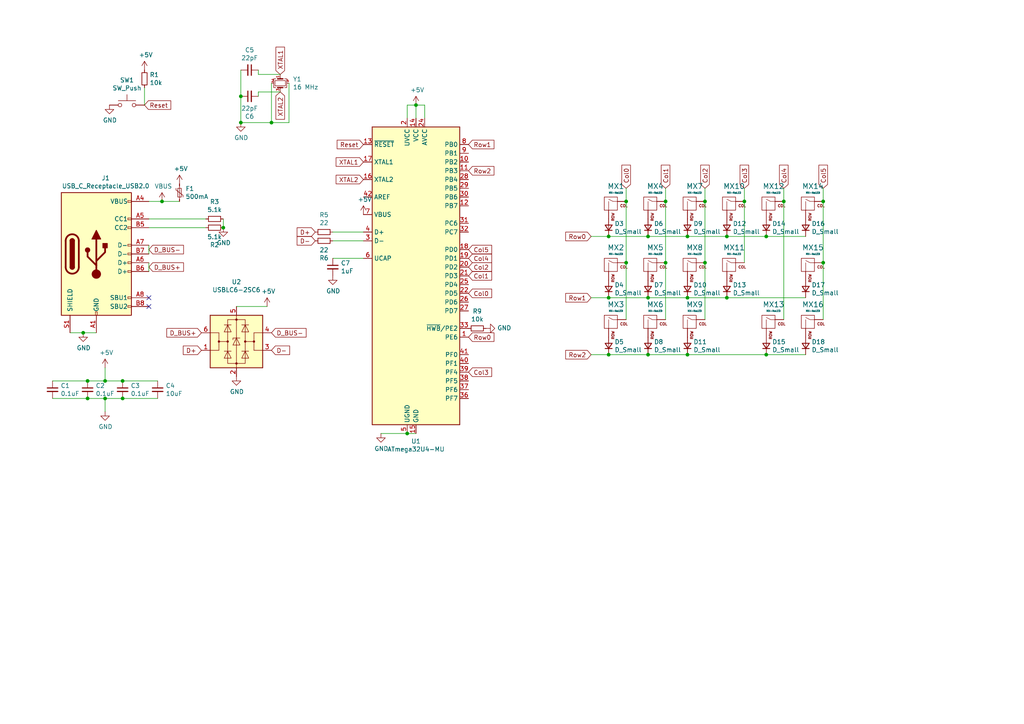
<source format=kicad_sch>
(kicad_sch (version 20211123) (generator eeschema)
  (paper "A4")
  (lib_symbols
    (symbol "Connector:USB_C_Receptacle_USB2.0" (pin_names (offset 1.016))
      (property "Reference" "J" (at -10.16 19.05 0))
      (property "Value" "USB_C_Receptacle_USB2.0" (at 19.05 19.05 0))
      (symbol "USB_C_Receptacle_USB2.0_0_0"
        (rectangle (start -0.254 -17.78) (end 0.254 -16.764))
        (rectangle (start 10.16 -14.986) (end 9.144 -15.494))
        (rectangle (start 10.16 -12.446) (end 9.144 -12.954))
        (rectangle (start 10.16 -4.826) (end 9.144 -5.334))
        (rectangle (start 10.16 -2.286) (end 9.144 -2.794))
        (rectangle (start 10.16 0.254) (end 9.144 -0.254))
        (rectangle (start 10.16 2.794) (end 9.144 2.286))
        (rectangle (start 10.16 7.874) (end 9.144 7.366))
        (rectangle (start 10.16 10.414) (end 9.144 9.906))
        (rectangle (start 10.16 15.494) (end 9.144 14.986))
      )
      (symbol "USB_C_Receptacle_USB2.0_0_1"
        (rectangle (start -10.16 17.78) (end 10.16 -17.78) (stroke (width 0.254)) (fill (type background)))
        (arc (start -8.89 -3.81) (mid -6.985 -5.715) (end -5.08 -3.81) (stroke (width 0.508)))
        (arc (start -7.62 -3.81) (mid -6.985 -4.445) (end -6.35 -3.81) (stroke (width 0.254)))
        (arc (start -7.62 -3.81) (mid -6.985 -4.445) (end -6.35 -3.81) (stroke (width 0.254)) (fill (type outline)))
        (rectangle (start -7.62 -3.81) (end -6.35 3.81) (stroke (width 0.254)) (fill (type outline)))
        (arc (start -6.35 3.81) (mid -6.985 4.445) (end -7.62 3.81) (stroke (width 0.254)))
        (arc (start -6.35 3.81) (mid -6.985 4.445) (end -7.62 3.81) (stroke (width 0.254)) (fill (type outline)))
        (arc (start -5.08 3.81) (mid -6.985 5.715) (end -8.89 3.81) (stroke (width 0.508)))
        (circle (center -2.54 1.143) (radius 0.635) (stroke (width 0.254)) (fill (type outline)))
        (circle (center 0 -5.842) (radius 1.27) (fill (type outline)))
        (polyline (pts (xy -8.89 -3.81) (xy -8.89 3.81)) (stroke (width 0.508)))
        (polyline (pts (xy -5.08 3.81) (xy -5.08 -3.81)) (stroke (width 0.508)))
        (polyline (pts (xy 0 -5.842) (xy 0 4.318)) (stroke (width 0.508)))
        (polyline (pts (xy 0 -3.302) (xy -2.54 -0.762) (xy -2.54 0.508)) (stroke (width 0.508)))
        (polyline (pts (xy 0 -2.032) (xy 2.54 0.508) (xy 2.54 1.778)) (stroke (width 0.508)))
        (polyline (pts (xy -1.27 4.318) (xy 0 6.858) (xy 1.27 4.318) (xy -1.27 4.318)) (stroke (width 0.254)) (fill (type outline)))
        (rectangle (start 1.905 1.778) (end 3.175 3.048) (stroke (width 0.254)) (fill (type outline)))
      )
      (symbol "USB_C_Receptacle_USB2.0_1_1"
        (pin passive line (at 0 -22.86 90) (length 5.08) (name "GND") (number "A1"))
        (pin passive line (at 0 -22.86 90) (length 5.08) hide (name "GND") (number "A12"))
        (pin passive line (at 15.24 15.24 180) (length 5.08) (name "VBUS") (number "A4"))
        (pin bidirectional line (at 15.24 10.16 180) (length 5.08) (name "CC1") (number "A5"))
        (pin bidirectional line (at 15.24 -2.54 180) (length 5.08) (name "D+") (number "A6"))
        (pin bidirectional line (at 15.24 2.54 180) (length 5.08) (name "D-") (number "A7"))
        (pin bidirectional line (at 15.24 -12.7 180) (length 5.08) (name "SBU1") (number "A8"))
        (pin passive line (at 15.24 15.24 180) (length 5.08) hide (name "VBUS") (number "A9"))
        (pin passive line (at 0 -22.86 90) (length 5.08) hide (name "GND") (number "B1"))
        (pin passive line (at 0 -22.86 90) (length 5.08) hide (name "GND") (number "B12"))
        (pin passive line (at 15.24 15.24 180) (length 5.08) hide (name "VBUS") (number "B4"))
        (pin bidirectional line (at 15.24 7.62 180) (length 5.08) (name "CC2") (number "B5"))
        (pin bidirectional line (at 15.24 -5.08 180) (length 5.08) (name "D+") (number "B6"))
        (pin bidirectional line (at 15.24 0 180) (length 5.08) (name "D-") (number "B7"))
        (pin bidirectional line (at 15.24 -15.24 180) (length 5.08) (name "SBU2") (number "B8"))
        (pin passive line (at 15.24 15.24 180) (length 5.08) hide (name "VBUS") (number "B9"))
        (pin passive line (at -7.62 -22.86 90) (length 5.08) (name "SHIELD") (number "S1"))
      )
    )
    (symbol "Device:C_Small" (pin_numbers hide) (pin_names (offset 0.254) hide)
      (property "Reference" "C" (at 0.254 1.778 0))
      (property "Value" "C_Small" (at 0.254 -2.032 0))
      (symbol "C_Small_0_1"
        (polyline (pts (xy -1.524 -0.508) (xy 1.524 -0.508)) (stroke (width 0.3302)))
        (polyline (pts (xy -1.524 0.508) (xy 1.524 0.508)) (stroke (width 0.3048)))
      )
      (symbol "C_Small_1_1"
        (pin passive line (at 0 2.54 270) (length 2.032) (name "~") (number "1"))
        (pin passive line (at 0 -2.54 90) (length 2.032) (name "~") (number "2"))
      )
    )
    (symbol "Device:Crystal_GND24_Small" (pin_names (offset 1.016) hide)
      (property "Reference" "Y" (at 1.27 4.445 0))
      (property "Value" "Crystal_GND24_Small" (at 1.27 2.54 0))
      (symbol "Crystal_GND24_Small_0_1"
        (rectangle (start -0.762 -1.524) (end 0.762 1.524))
        (polyline (pts (xy -1.27 -0.762) (xy -1.27 0.762)) (stroke (width 0.381)))
        (polyline (pts (xy 1.27 -0.762) (xy 1.27 0.762)) (stroke (width 0.381)))
        (polyline (pts (xy -1.27 -1.27) (xy -1.27 -1.905) (xy 1.27 -1.905) (xy 1.27 -1.27)))
        (polyline (pts (xy -1.27 1.27) (xy -1.27 1.905) (xy 1.27 1.905) (xy 1.27 1.27)))
      )
      (symbol "Crystal_GND24_Small_1_1"
        (pin passive line (at -2.54 0 0) (length 1.27) (name "1") (number "1"))
        (pin passive line (at 0 -2.54 90) (length 0.635) (name "2") (number "2"))
        (pin passive line (at 2.54 0 180) (length 1.27) (name "3") (number "3"))
        (pin passive line (at 0 2.54 270) (length 0.635) (name "4") (number "4"))
      )
    )
    (symbol "Device:D_Small" (pin_numbers hide) (pin_names (offset 0.254) hide)
      (property "Reference" "D" (at -1.27 2.032 0))
      (property "Value" "D_Small" (at -3.81 -2.032 0))
      (symbol "D_Small_0_1"
        (polyline (pts (xy -0.762 -1.016) (xy -0.762 1.016)) (stroke (width 0.254)))
        (polyline (pts (xy -0.762 0) (xy 0.762 0)))
        (polyline (pts (xy 0.762 -1.016) (xy -0.762 0) (xy 0.762 1.016) (xy 0.762 -1.016)) (stroke (width 0.254)))
      )
      (symbol "D_Small_1_1"
        (pin passive line (at -2.54 0 0) (length 1.778) (name "K") (number "1"))
        (pin passive line (at 2.54 0 180) (length 1.778) (name "A") (number "2"))
      )
    )
    (symbol "Device:Polyfuse_Small" (pin_numbers hide) (pin_names (offset 0))
      (property "Reference" "F" (at -1.905 0 90))
      (property "Value" "Polyfuse_Small" (at 1.905 0 90))
      (symbol "Polyfuse_Small_0_1"
        (rectangle (start -0.508 1.27) (end 0.508 -1.27))
        (polyline (pts (xy 0 2.54) (xy 0 -2.54)))
        (polyline (pts (xy -1.016 1.27) (xy -1.016 0.762) (xy 1.016 -0.762) (xy 1.016 -1.27)))
      )
      (symbol "Polyfuse_Small_1_1"
        (pin passive line (at 0 2.54 270) (length 0.635) (name "~") (number "1"))
        (pin passive line (at 0 -2.54 90) (length 0.635) (name "~") (number "2"))
      )
    )
    (symbol "Device:R_Small" (pin_numbers hide) (pin_names (offset 0.254) hide)
      (property "Reference" "R" (at 0.762 0.508 0))
      (property "Value" "R_Small" (at 0.762 -1.016 0))
      (symbol "R_Small_0_1"
        (rectangle (start -0.762 1.778) (end 0.762 -1.778) (stroke (width 0.2032)))
      )
      (symbol "R_Small_1_1"
        (pin passive line (at 0 2.54 270) (length 0.762) (name "~") (number "1"))
        (pin passive line (at 0 -2.54 90) (length 0.762) (name "~") (number "2"))
      )
    )
    (symbol "MCU_Microchip_ATmega:ATmega32U4-MU"
      (property "Reference" "U" (at -12.7 44.45 0))
      (property "Value" "MCU_Microchip_ATmega_ATmega32U4-MU" (at 2.54 -44.45 0))
      (symbol "ATmega32U4-MU_0_1"
        (rectangle (start -12.7 -43.18) (end 12.7 43.18) (stroke (width 0.254)) (fill (type background)))
      )
      (symbol "ATmega32U4-MU_1_1"
        (pin tri_state line (at 15.24 -17.78 180) (length 2.54) (name "PE6") (number "1"))
        (pin tri_state line (at 15.24 33.02 180) (length 2.54) (name "PB2") (number "10"))
        (pin tri_state line (at 15.24 30.48 180) (length 2.54) (name "PB3") (number "11"))
        (pin tri_state line (at 15.24 20.32 180) (length 2.54) (name "PB7") (number "12"))
        (pin input line (at -15.24 38.1 0) (length 2.54) (name "~{RESET}") (number "13"))
        (pin power_in line (at 0 45.72 270) (length 2.54) (name "VCC") (number "14"))
        (pin power_in line (at 0 -45.72 90) (length 2.54) (name "GND") (number "15"))
        (pin output line (at -15.24 27.94 0) (length 2.54) (name "XTAL2") (number "16"))
        (pin input line (at -15.24 33.02 0) (length 2.54) (name "XTAL1") (number "17"))
        (pin tri_state line (at 15.24 7.62 180) (length 2.54) (name "PD0") (number "18"))
        (pin tri_state line (at 15.24 5.08 180) (length 2.54) (name "PD1") (number "19"))
        (pin power_in line (at -2.54 45.72 270) (length 2.54) (name "UVCC") (number "2"))
        (pin tri_state line (at 15.24 2.54 180) (length 2.54) (name "PD2") (number "20"))
        (pin tri_state line (at 15.24 0 180) (length 2.54) (name "PD3") (number "21"))
        (pin tri_state line (at 15.24 -5.08 180) (length 2.54) (name "PD5") (number "22"))
        (pin passive line (at 0 -45.72 90) (length 2.54) hide (name "GND") (number "23"))
        (pin power_in line (at 2.54 45.72 270) (length 2.54) (name "AVCC") (number "24"))
        (pin tri_state line (at 15.24 -2.54 180) (length 2.54) (name "PD4") (number "25"))
        (pin tri_state line (at 15.24 -7.62 180) (length 2.54) (name "PD6") (number "26"))
        (pin tri_state line (at 15.24 -10.16 180) (length 2.54) (name "PD7") (number "27"))
        (pin tri_state line (at 15.24 27.94 180) (length 2.54) (name "PB4") (number "28"))
        (pin tri_state line (at 15.24 25.4 180) (length 2.54) (name "PB5") (number "29"))
        (pin bidirectional line (at -15.24 10.16 0) (length 2.54) (name "D-") (number "3"))
        (pin tri_state line (at 15.24 22.86 180) (length 2.54) (name "PB6") (number "30"))
        (pin tri_state line (at 15.24 15.24 180) (length 2.54) (name "PC6") (number "31"))
        (pin tri_state line (at 15.24 12.7 180) (length 2.54) (name "PC7") (number "32"))
        (pin tri_state line (at 15.24 -15.24 180) (length 2.54) (name "~{HWB}/PE2") (number "33"))
        (pin passive line (at 0 45.72 270) (length 2.54) hide (name "VCC") (number "34"))
        (pin passive line (at 0 -45.72 90) (length 2.54) hide (name "GND") (number "35"))
        (pin tri_state line (at 15.24 -35.56 180) (length 2.54) (name "PF7") (number "36"))
        (pin tri_state line (at 15.24 -33.02 180) (length 2.54) (name "PF6") (number "37"))
        (pin tri_state line (at 15.24 -30.48 180) (length 2.54) (name "PF5") (number "38"))
        (pin tri_state line (at 15.24 -27.94 180) (length 2.54) (name "PF4") (number "39"))
        (pin bidirectional line (at -15.24 12.7 0) (length 2.54) (name "D+") (number "4"))
        (pin tri_state line (at 15.24 -25.4 180) (length 2.54) (name "PF1") (number "40"))
        (pin tri_state line (at 15.24 -22.86 180) (length 2.54) (name "PF0") (number "41"))
        (pin passive line (at -15.24 22.86 0) (length 2.54) (name "AREF") (number "42"))
        (pin passive line (at 0 -45.72 90) (length 2.54) hide (name "GND") (number "43"))
        (pin passive line (at 2.54 45.72 270) (length 2.54) hide (name "AVCC") (number "44"))
        (pin passive line (at 0 -45.72 90) (length 2.54) hide (name "GND") (number "45"))
        (pin passive line (at -2.54 -45.72 90) (length 2.54) (name "UGND") (number "5"))
        (pin passive line (at -15.24 5.08 0) (length 2.54) (name "UCAP") (number "6"))
        (pin input line (at -15.24 17.78 0) (length 2.54) (name "VBUS") (number "7"))
        (pin tri_state line (at 15.24 38.1 180) (length 2.54) (name "PB0") (number "8"))
        (pin tri_state line (at 15.24 35.56 180) (length 2.54) (name "PB1") (number "9"))
      )
    )
    (symbol "MX_Alps_Hybrid:MX-NoLED" (pin_names (offset 1.016))
      (property "Reference" "MX" (at -0.635 3.81 0))
      (property "Value" "MX_Alps_Hybrid_MX-NoLED" (at -0.635 1.27 0))
      (symbol "MX-NoLED_0_0"
        (rectangle (start -2.54 2.54) (end 1.27 -1.27))
        (polyline (pts (xy -1.27 -1.27) (xy -1.27 1.27)) (stroke (width 0.127)))
        (polyline (pts (xy 1.27 1.27) (xy 0 1.27) (xy -1.27 1.905)) (stroke (width 0.127)))
        (text "COL" (at 3.175 0 0) (effects (font (size 0.762 0.762))))
        (text "ROW" (at 0 -1.905 900) (effects (font (size 0.762 0.762)) (justify right)))
      )
      (symbol "MX-NoLED_1_1"
        (pin passive line (at 3.81 1.27 180) (length 2.54) (name "COL") (number "1"))
        (pin passive line (at -1.27 -3.81 90) (length 2.54) (name "ROW") (number "2"))
      )
    )
    (symbol "Power_Protection:USBLC6-2SC6" (pin_names hide)
      (property "Reference" "U" (at 2.54 8.89 0))
      (property "Value" "USBLC6-2SC6" (at 2.54 -8.89 0))
      (symbol "USBLC6-2SC6_0_1"
        (rectangle (start -7.62 -7.62) (end 7.62 7.62) (stroke (width 0.254)) (fill (type background)))
        (circle (center -5.08 0) (radius 0.254) (fill (type outline)))
        (circle (center -2.54 0) (radius 0.254) (fill (type outline)))
        (rectangle (start -2.54 6.35) (end 2.54 -6.35))
        (circle (center 0 -6.35) (radius 0.254) (fill (type outline)))
        (polyline (pts (xy -5.08 -2.54) (xy -7.62 -2.54)))
        (polyline (pts (xy -5.08 0) (xy -5.08 -2.54)))
        (polyline (pts (xy -5.08 2.54) (xy -7.62 2.54)))
        (polyline (pts (xy -1.524 -2.794) (xy -3.556 -2.794)))
        (polyline (pts (xy -1.524 4.826) (xy -3.556 4.826)))
        (polyline (pts (xy 0 -7.62) (xy 0 -6.35)))
        (polyline (pts (xy 0 -6.35) (xy 0 1.27)))
        (polyline (pts (xy 0 1.27) (xy 0 6.35)))
        (polyline (pts (xy 0 6.35) (xy 0 7.62)))
        (polyline (pts (xy 1.524 -2.794) (xy 3.556 -2.794)))
        (polyline (pts (xy 1.524 4.826) (xy 3.556 4.826)))
        (polyline (pts (xy 5.08 -2.54) (xy 7.62 -2.54)))
        (polyline (pts (xy 5.08 0) (xy 5.08 -2.54)))
        (polyline (pts (xy 5.08 2.54) (xy 7.62 2.54)))
        (polyline (pts (xy -2.54 0) (xy -5.08 0) (xy -5.08 2.54)))
        (polyline (pts (xy 2.54 0) (xy 5.08 0) (xy 5.08 2.54)))
        (polyline (pts (xy -3.556 -4.826) (xy -1.524 -4.826) (xy -2.54 -2.794) (xy -3.556 -4.826)))
        (polyline (pts (xy -3.556 2.794) (xy -1.524 2.794) (xy -2.54 4.826) (xy -3.556 2.794)))
        (polyline (pts (xy -1.016 -1.016) (xy 1.016 -1.016) (xy 0 1.016) (xy -1.016 -1.016)))
        (polyline (pts (xy 1.016 1.016) (xy 0.762 1.016) (xy -1.016 1.016) (xy -1.016 0.508)))
        (polyline (pts (xy 3.556 -4.826) (xy 1.524 -4.826) (xy 2.54 -2.794) (xy 3.556 -4.826)))
        (polyline (pts (xy 3.556 2.794) (xy 1.524 2.794) (xy 2.54 4.826) (xy 3.556 2.794)))
        (circle (center 0 6.35) (radius 0.254) (fill (type outline)))
        (circle (center 2.54 0) (radius 0.254) (fill (type outline)))
        (circle (center 5.08 0) (radius 0.254) (fill (type outline)))
      )
      (symbol "USBLC6-2SC6_1_1"
        (pin passive line (at -10.16 -2.54 0) (length 2.54) (name "I/O1") (number "1"))
        (pin passive line (at 0 -10.16 90) (length 2.54) (name "GND") (number "2"))
        (pin passive line (at 10.16 -2.54 180) (length 2.54) (name "I/O2") (number "3"))
        (pin passive line (at 10.16 2.54 180) (length 2.54) (name "I/O2") (number "4"))
        (pin passive line (at 0 10.16 270) (length 2.54) (name "VBUS") (number "5"))
        (pin passive line (at -10.16 2.54 0) (length 2.54) (name "I/O1") (number "6"))
      )
    )
    (symbol "Switch:SW_Push" (pin_numbers hide) (pin_names (offset 1.016) hide)
      (property "Reference" "SW" (at 1.27 2.54 0))
      (property "Value" "SW_Push" (at 0 -1.524 0))
      (symbol "SW_Push_0_1"
        (circle (center -2.032 0) (radius 0.508))
        (polyline (pts (xy 0 1.27) (xy 0 3.048)))
        (polyline (pts (xy 2.54 1.27) (xy -2.54 1.27)))
        (circle (center 2.032 0) (radius 0.508))
        (pin passive line (at -5.08 0 0) (length 2.54) (name "1") (number "1"))
        (pin passive line (at 5.08 0 180) (length 2.54) (name "2") (number "2"))
      )
    )
    (symbol "power:+5V" (power) (pin_names (offset 0))
      (property "Value" "+5V" (at 0 3.556 0))
      (symbol "+5V_0_1"
        (polyline (pts (xy -0.762 1.27) (xy 0 2.54)))
        (polyline (pts (xy 0 0) (xy 0 2.54)))
        (polyline (pts (xy 0 2.54) (xy 0.762 1.27)))
      )
      (symbol "+5V_1_1"
        (pin power_in line (at 0 0 90) (length 0) hide (name "+5V") (number "1"))
      )
    )
    (symbol "power:GND" (power) (pin_names (offset 0))
      (property "Value" "GND" (at 0 -3.81 0))
      (symbol "GND_0_1"
        (polyline (pts (xy 0 0) (xy 0 -1.27) (xy 1.27 -1.27) (xy 0 -2.54) (xy -1.27 -1.27) (xy 0 -1.27)))
      )
      (symbol "GND_1_1"
        (pin power_in line (at 0 0 270) (length 0) hide (name "GND") (number "1"))
      )
    )
    (symbol "power:VBUS" (power) (pin_names (offset 0))
      (property "Value" "VBUS" (at 0 3.81 0))
      (symbol "VBUS_0_1"
        (polyline (pts (xy -0.762 1.27) (xy 0 2.54)))
        (polyline (pts (xy 0 0) (xy 0 2.54)))
        (polyline (pts (xy 0 2.54) (xy 0.762 1.27)))
      )
      (symbol "VBUS_1_1"
        (pin power_in line (at 0 0 90) (length 0) hide (name "VBUS") (number "1"))
      )
    )
  )
  (junction (at 176.53 68.58))
  (junction (at 24.13 96.52))
  (junction (at 187.96 86.36))
  (junction (at 204.47 76.2))
  (junction (at 199.39 102.87))
  (junction (at 69.85 35.56))
  (junction (at 25.4 115.57))
  (junction (at 181.61 76.2))
  (junction (at 187.96 68.58))
  (junction (at 30.48 110.49))
  (junction (at 46.99 58.42))
  (junction (at 181.61 58.42))
  (junction (at 187.96 102.87))
  (junction (at 210.82 68.58))
  (junction (at 69.85 27.94))
  (junction (at 204.47 58.42))
  (junction (at 210.82 86.36))
  (junction (at 199.39 68.58))
  (junction (at 238.76 76.2))
  (junction (at 35.56 110.49))
  (junction (at 120.65 30.48))
  (junction (at 78.74 35.56))
  (junction (at 193.04 76.2))
  (junction (at 199.39 86.36))
  (junction (at 118.11 125.73))
  (junction (at 215.9 58.42))
  (junction (at 176.53 86.36))
  (junction (at 30.48 115.57))
  (junction (at 222.25 68.58))
  (junction (at 238.76 58.42))
  (junction (at 25.4 110.49))
  (junction (at 193.04 58.42))
  (junction (at 222.25 102.87))
  (junction (at 227.33 58.42))
  (junction (at 64.77 66.04))
  (junction (at 176.53 102.87))
  (junction (at 35.56 115.57))
  (no_connect (at 43.18 86.36))
  (no_connect (at 43.18 88.9))
  (wire (pts (xy 35.56 115.57) (xy 45.72 115.57)))
  (wire (pts (xy 43.18 66.04) (xy 59.69 66.04)))
  (wire (pts (xy 187.96 102.87) (xy 199.39 102.87)))
  (wire (pts (xy 43.18 71.12) (xy 43.18 73.66)))
  (wire (pts (xy 24.13 96.52) (xy 27.94 96.52)))
  (wire (pts (xy 15.24 115.57) (xy 25.4 115.57)))
  (wire (pts (xy 171.45 86.36) (xy 176.53 86.36)))
  (wire (pts (xy 43.18 63.5) (xy 59.69 63.5)))
  (wire (pts (xy 204.47 76.2) (xy 204.47 92.71)))
  (wire (pts (xy 227.33 58.42) (xy 227.33 92.71)))
  (wire (pts (xy 238.76 76.2) (xy 238.76 92.71)))
  (wire (pts (xy 25.4 115.57) (xy 30.48 115.57)))
  (wire (pts (xy 120.65 30.48) (xy 118.11 30.48)))
  (wire (pts (xy 20.32 96.52) (xy 24.13 96.52)))
  (wire (pts (xy 69.85 35.56) (xy 78.74 35.56)))
  (wire (pts (xy 210.82 86.36) (xy 233.68 86.36)))
  (wire (pts (xy 204.47 58.42) (xy 204.47 76.2)))
  (wire (pts (xy 35.56 110.49) (xy 45.72 110.49)))
  (wire (pts (xy 215.9 54.61) (xy 215.9 58.42)))
  (wire (pts (xy 181.61 54.61) (xy 181.61 58.42)))
  (wire (pts (xy 74.93 21.59) (xy 74.93 20.32)))
  (wire (pts (xy 181.61 76.2) (xy 181.61 92.71)))
  (wire (pts (xy 193.04 58.42) (xy 193.04 76.2)))
  (wire (pts (xy 193.04 76.2) (xy 193.04 92.71)))
  (wire (pts (xy 78.74 35.56) (xy 78.74 24.13)))
  (wire (pts (xy 46.99 58.42) (xy 52.07 58.42)))
  (wire (pts (xy 64.77 63.5) (xy 64.77 66.04)))
  (wire (pts (xy 120.65 125.73) (xy 118.11 125.73)))
  (wire (pts (xy 222.25 68.58) (xy 233.68 68.58)))
  (wire (pts (xy 15.24 110.49) (xy 25.4 110.49)))
  (wire (pts (xy 30.48 110.49) (xy 30.48 106.68)))
  (wire (pts (xy 199.39 68.58) (xy 210.82 68.58)))
  (wire (pts (xy 215.9 58.42) (xy 215.9 76.2)))
  (wire (pts (xy 25.4 110.49) (xy 30.48 110.49)))
  (wire (pts (xy 118.11 30.48) (xy 118.11 34.29)))
  (wire (pts (xy 171.45 68.58) (xy 176.53 68.58)))
  (wire (pts (xy 81.28 21.59) (xy 74.93 21.59)))
  (wire (pts (xy 105.41 67.31) (xy 96.52 67.31)))
  (wire (pts (xy 105.41 74.93) (xy 96.52 74.93)))
  (wire (pts (xy 199.39 102.87) (xy 222.25 102.87)))
  (wire (pts (xy 74.93 26.67) (xy 74.93 27.94)))
  (wire (pts (xy 193.04 54.61) (xy 193.04 58.42)))
  (wire (pts (xy 176.53 102.87) (xy 187.96 102.87)))
  (wire (pts (xy 43.18 76.2) (xy 43.18 78.74)))
  (wire (pts (xy 176.53 86.36) (xy 187.96 86.36)))
  (wire (pts (xy 83.82 35.56) (xy 78.74 35.56)))
  (wire (pts (xy 227.33 54.61) (xy 227.33 58.42)))
  (wire (pts (xy 105.41 69.85) (xy 96.52 69.85)))
  (wire (pts (xy 69.85 20.32) (xy 69.85 27.94)))
  (wire (pts (xy 199.39 86.36) (xy 210.82 86.36)))
  (wire (pts (xy 30.48 115.57) (xy 30.48 119.38)))
  (wire (pts (xy 69.85 27.94) (xy 69.85 35.56)))
  (wire (pts (xy 30.48 110.49) (xy 35.56 110.49)))
  (wire (pts (xy 238.76 58.42) (xy 238.76 76.2)))
  (wire (pts (xy 181.61 58.42) (xy 181.61 76.2)))
  (wire (pts (xy 81.28 26.67) (xy 74.93 26.67)))
  (wire (pts (xy 118.11 125.73) (xy 110.49 125.73)))
  (wire (pts (xy 176.53 68.58) (xy 187.96 68.58)))
  (wire (pts (xy 43.18 58.42) (xy 46.99 58.42)))
  (wire (pts (xy 204.47 54.61) (xy 204.47 58.42)))
  (wire (pts (xy 68.58 88.9) (xy 77.47 88.9)))
  (wire (pts (xy 187.96 86.36) (xy 199.39 86.36)))
  (wire (pts (xy 171.45 102.87) (xy 176.53 102.87)))
  (wire (pts (xy 222.25 102.87) (xy 233.68 102.87)))
  (wire (pts (xy 210.82 68.58) (xy 222.25 68.58)))
  (wire (pts (xy 83.82 24.13) (xy 83.82 35.56)))
  (wire (pts (xy 30.48 115.57) (xy 35.56 115.57)))
  (wire (pts (xy 187.96 68.58) (xy 199.39 68.58)))
  (wire (pts (xy 120.65 30.48) (xy 123.19 30.48)))
  (wire (pts (xy 238.76 54.61) (xy 238.76 58.42)))
  (wire (pts (xy 41.91 30.48) (xy 41.91 25.4)))
  (wire (pts (xy 120.65 30.48) (xy 120.65 34.29)))
  (wire (pts (xy 123.19 30.48) (xy 123.19 34.29)))
  (global_label "Col4" (shape input) (at 227.33 54.61 90) (property "Intersheet References" "${INTERSHEET_REFS}" (effects hide)))
  (global_label "Reset" (shape input) (at 41.91 30.48 0) (property "Intersheet References" "${INTERSHEET_REFS}" (effects hide)))
  (global_label "D+" (shape input) (at 91.44 67.31 180) (property "Intersheet References" "${INTERSHEET_REFS}" (effects hide)))
  (global_label "Col1" (shape input) (at 193.04 54.61 90) (property "Intersheet References" "${INTERSHEET_REFS}" (effects hide)))
  (global_label "Row0" (shape input) (at 171.45 68.58 180) (property "Intersheet References" "${INTERSHEET_REFS}" (effects hide)))
  (global_label "Col0" (shape input) (at 135.89 85.09 0) (property "Intersheet References" "${INTERSHEET_REFS}" (effects hide)))
  (global_label "Col2" (shape input) (at 204.47 54.61 90) (property "Intersheet References" "${INTERSHEET_REFS}" (effects hide)))
  (global_label "Col1" (shape input) (at 135.89 80.01 0) (property "Intersheet References" "${INTERSHEET_REFS}" (effects hide)))
  (global_label "Col5" (shape input) (at 238.76 54.61 90) (property "Intersheet References" "${INTERSHEET_REFS}" (effects hide)))
  (global_label "Col3" (shape input) (at 135.89 107.95 0) (property "Intersheet References" "${INTERSHEET_REFS}" (effects hide)))
  (global_label "Col4" (shape input) (at 135.89 74.93 0) (property "Intersheet References" "${INTERSHEET_REFS}" (effects hide)))
  (global_label "D_BUS+" (shape input) (at 58.42 96.52 180) (property "Intersheet References" "${INTERSHEET_REFS}" (effects hide)))
  (global_label "XTAL2" (shape input) (at 81.28 26.67 270) (property "Intersheet References" "${INTERSHEET_REFS}" (effects hide)))
  (global_label "Row1" (shape input) (at 135.89 41.91 0) (property "Intersheet References" "${INTERSHEET_REFS}" (effects hide)))
  (global_label "Row0" (shape input) (at 135.89 97.79 0) (property "Intersheet References" "${INTERSHEET_REFS}" (effects hide)))
  (global_label "Col0" (shape input) (at 181.61 54.61 90) (property "Intersheet References" "${INTERSHEET_REFS}" (effects hide)))
  (global_label "D_BUS-" (shape input) (at 43.18 72.39 0) (property "Intersheet References" "${INTERSHEET_REFS}" (effects hide)))
  (global_label "XTAL1" (shape input) (at 105.41 46.99 180) (property "Intersheet References" "${INTERSHEET_REFS}" (effects hide)))
  (global_label "D_BUS-" (shape input) (at 78.74 96.52 0) (property "Intersheet References" "${INTERSHEET_REFS}" (effects hide)))
  (global_label "Row2" (shape input) (at 135.89 49.53 0) (property "Intersheet References" "${INTERSHEET_REFS}" (effects hide)))
  (global_label "Row1" (shape input) (at 171.45 86.36 180) (property "Intersheet References" "${INTERSHEET_REFS}" (effects hide)))
  (global_label "D_BUS+" (shape input) (at 43.18 77.47 0) (property "Intersheet References" "${INTERSHEET_REFS}" (effects hide)))
  (global_label "Col5" (shape input) (at 135.89 72.39 0) (property "Intersheet References" "${INTERSHEET_REFS}" (effects hide)))
  (global_label "Row2" (shape input) (at 171.45 102.87 180) (property "Intersheet References" "${INTERSHEET_REFS}" (effects hide)))
  (global_label "Col2" (shape input) (at 135.89 77.47 0) (property "Intersheet References" "${INTERSHEET_REFS}" (effects hide)))
  (global_label "XTAL1" (shape input) (at 81.28 21.59 90) (property "Intersheet References" "${INTERSHEET_REFS}" (effects hide)))
  (global_label "D-" (shape input) (at 91.44 69.85 180) (property "Intersheet References" "${INTERSHEET_REFS}" (effects hide)))
  (global_label "Reset" (shape input) (at 105.41 41.91 180) (property "Intersheet References" "${INTERSHEET_REFS}" (effects hide)))
  (global_label "D+" (shape input) (at 58.42 101.6 180) (property "Intersheet References" "${INTERSHEET_REFS}" (effects hide)))
  (global_label "Col3" (shape input) (at 215.9 54.61 90) (property "Intersheet References" "${INTERSHEET_REFS}" (effects hide)))
  (global_label "D-" (shape input) (at 78.74 101.6 0) (property "Intersheet References" "${INTERSHEET_REFS}" (effects hide)))
  (global_label "XTAL2" (shape input) (at 105.41 52.07 180) (property "Intersheet References" "${INTERSHEET_REFS}" (effects hide)))
  (symbol (lib_id "MX_Alps_Hybrid:MX-NoLED") (at 177.8 59.69 0) (unit 1)
    (property "Reference" "MX1" (at 178.6382 54.0258 0) (effects (font (size 1.524 1.524))))
    (property "Value" "MX-NoLED" (at 178.6382 55.9054 0) (effects (font (size 0.508 0.508))))
    (property "Footprint" "MX_Only:MXOnly-1U-NoLED" (effects hide))
  )
  (symbol (lib_id "MX_Alps_Hybrid:MX-NoLED") (at 189.23 59.69 0) (unit 1)
    (property "Reference" "MX4" (at 190.0682 54.0258 0) (effects (font (size 1.524 1.524))))
    (property "Value" "MX-NoLED" (at 190.0682 55.9054 0) (effects (font (size 0.508 0.508))))
    (property "Footprint" "MX_Only:MXOnly-1U-NoLED" (effects hide))
  )
  (symbol (lib_id "MX_Alps_Hybrid:MX-NoLED") (at 200.66 59.69 0) (unit 1)
    (property "Reference" "MX7" (at 201.4982 54.0258 0) (effects (font (size 1.524 1.524))))
    (property "Value" "MX-NoLED" (at 201.4982 55.9054 0) (effects (font (size 0.508 0.508))))
    (property "Footprint" "MX_Only:MXOnly-1U-NoLED" (effects hide))
  )
  (symbol (lib_id "MX_Alps_Hybrid:MX-NoLED") (at 212.09 59.69 0) (unit 1)
    (property "Reference" "MX10" (at 212.9282 54.0258 0) (effects (font (size 1.524 1.524))))
    (property "Value" "MX-NoLED" (at 212.9282 55.9054 0) (effects (font (size 0.508 0.508))))
    (property "Footprint" "MX_Only:MXOnly-1U-NoLED" (effects hide))
  )
  (symbol (lib_id "MX_Alps_Hybrid:MX-NoLED") (at 223.52 59.69 0) (unit 1)
    (property "Reference" "MX12" (at 224.3582 54.0258 0) (effects (font (size 1.524 1.524))))
    (property "Value" "MX-NoLED" (at 224.3582 55.9054 0) (effects (font (size 0.508 0.508))))
    (property "Footprint" "MX_Only:MXOnly-1U-NoLED" (effects hide))
  )
  (symbol (lib_id "MX_Alps_Hybrid:MX-NoLED") (at 234.95 59.69 0) (unit 1)
    (property "Reference" "MX14" (at 235.7882 54.0258 0) (effects (font (size 1.524 1.524))))
    (property "Value" "MX-NoLED" (at 235.7882 55.9054 0) (effects (font (size 0.508 0.508))))
    (property "Footprint" "MX_Only:MXOnly-1U-NoLED" (effects hide))
  )
  (symbol (lib_id "MX_Alps_Hybrid:MX-NoLED") (at 189.23 77.47 0) (unit 1)
    (property "Reference" "MX5" (at 190.0682 71.8058 0) (effects (font (size 1.524 1.524))))
    (property "Value" "MX-NoLED" (at 190.0682 73.6854 0) (effects (font (size 0.508 0.508))))
    (property "Footprint" "MX_Only:MXOnly-1U-NoLED" (effects hide))
  )
  (symbol (lib_id "MX_Alps_Hybrid:MX-NoLED") (at 177.8 77.47 0) (unit 1)
    (property "Reference" "MX2" (at 178.6382 71.8058 0) (effects (font (size 1.524 1.524))))
    (property "Value" "MX-NoLED" (at 178.6382 73.6854 0) (effects (font (size 0.508 0.508))))
    (property "Footprint" "MX_Only:MXOnly-1.25U-NoLED" (effects hide))
  )
  (symbol (lib_id "MX_Alps_Hybrid:MX-NoLED") (at 200.66 77.47 0) (unit 1)
    (property "Reference" "MX8" (at 201.4982 71.8058 0) (effects (font (size 1.524 1.524))))
    (property "Value" "MX-NoLED" (at 201.4982 73.6854 0) (effects (font (size 0.508 0.508))))
    (property "Footprint" "MX_Only:MXOnly-1U-NoLED" (effects hide))
  )
  (symbol (lib_id "MX_Alps_Hybrid:MX-NoLED") (at 212.09 77.47 0) (unit 1)
    (property "Reference" "MX11" (at 212.9282 71.8058 0) (effects (font (size 1.524 1.524))))
    (property "Value" "MX-NoLED" (at 212.9282 73.6854 0) (effects (font (size 0.508 0.508))))
    (property "Footprint" "MX_Only:MXOnly-1U-NoLED" (effects hide))
  )
  (symbol (lib_id "MX_Alps_Hybrid:MX-NoLED") (at 234.95 77.47 0) (unit 1)
    (property "Reference" "MX15" (at 235.7882 71.8058 0) (effects (font (size 1.524 1.524))))
    (property "Value" "MX-NoLED" (at 235.7882 73.6854 0) (effects (font (size 0.508 0.508))))
    (property "Footprint" "MX_Only:MXOnly-1.75U-NoLED" (effects hide))
  )
  (symbol (lib_id "MX_Alps_Hybrid:MX-NoLED") (at 189.23 93.98 0) (unit 1)
    (property "Reference" "MX6" (at 190.0682 88.3158 0) (effects (font (size 1.524 1.524))))
    (property "Value" "MX-NoLED" (at 190.0682 90.1954 0) (effects (font (size 0.508 0.508))))
    (property "Footprint" "MX_Only:MXOnly-1U-NoLED" (effects hide))
  )
  (symbol (lib_id "MX_Alps_Hybrid:MX-NoLED") (at 177.8 93.98 0) (unit 1)
    (property "Reference" "MX3" (at 178.6382 88.3158 0) (effects (font (size 1.524 1.524))))
    (property "Value" "MX-NoLED" (at 178.6382 90.1954 0) (effects (font (size 0.508 0.508))))
    (property "Footprint" "MX_Only:MXOnly-1U-NoLED" (effects hide))
  )
  (symbol (lib_id "MX_Alps_Hybrid:MX-NoLED") (at 200.66 93.98 0) (unit 1)
    (property "Reference" "MX9" (at 201.4982 88.3158 0) (effects (font (size 1.524 1.524))))
    (property "Value" "MX-NoLED" (at 201.4982 90.1954 0) (effects (font (size 0.508 0.508))))
    (property "Footprint" "MX_Only:MXOnly-2U-ReversedStabilizers-NoLED" (effects hide))
  )
  (symbol (lib_id "MX_Alps_Hybrid:MX-NoLED") (at 223.52 93.98 0) (unit 1)
    (property "Reference" "MX13" (at 224.3582 88.3158 0) (effects (font (size 1.524 1.524))))
    (property "Value" "MX-NoLED" (at 224.3582 90.1954 0) (effects (font (size 0.508 0.508))))
    (property "Footprint" "MX_Only:MXOnly-1U-NoLED" (effects hide))
  )
  (symbol (lib_id "MX_Alps_Hybrid:MX-NoLED") (at 234.95 93.98 0) (unit 1)
    (property "Reference" "MX16" (at 235.7882 88.3158 0) (effects (font (size 1.524 1.524))))
    (property "Value" "MX-NoLED" (at 235.7882 90.1954 0) (effects (font (size 0.508 0.508))))
    (property "Footprint" "MX_Only:MXOnly-1U-NoLED" (effects hide))
  )
  (symbol (lib_id "Device:D_Small") (at 176.53 66.04 90) (unit 1)
    (property "Reference" "D3" (at 178.2572 64.8716 90) (effects (justify right)))
    (property "Value" "D_Small" (at 178.2572 67.183 90) (effects (justify right)))
    (property "Footprint" "Diode_SMD:D_SOD-123" (effects hide))
  )
  (symbol (lib_id "Device:D_Small") (at 187.96 66.04 90) (unit 1)
    (property "Reference" "D6" (at 189.6872 64.8716 90) (effects (justify right)))
    (property "Value" "D_Small" (at 189.6872 67.183 90) (effects (justify right)))
    (property "Footprint" "Diode_SMD:D_SOD-123" (effects hide))
  )
  (symbol (lib_id "Device:D_Small") (at 199.39 66.04 90) (unit 1)
    (property "Reference" "D9" (at 201.1172 64.8716 90) (effects (justify right)))
    (property "Value" "D_Small" (at 201.1172 67.183 90) (effects (justify right)))
    (property "Footprint" "Diode_SMD:D_SOD-123" (effects hide))
  )
  (symbol (lib_id "Device:D_Small") (at 210.82 66.04 90) (unit 1)
    (property "Reference" "D12" (at 212.5472 64.8716 90) (effects (justify right)))
    (property "Value" "D_Small" (at 212.5472 67.183 90) (effects (justify right)))
    (property "Footprint" "Diode_SMD:D_SOD-123" (effects hide))
  )
  (symbol (lib_id "Device:D_Small") (at 222.25 66.04 90) (unit 1)
    (property "Reference" "D14" (at 223.9772 64.8716 90) (effects (justify right)))
    (property "Value" "D_Small" (at 223.9772 67.183 90) (effects (justify right)))
    (property "Footprint" "Diode_SMD:D_SOD-123" (effects hide))
  )
  (symbol (lib_id "Device:D_Small") (at 233.68 66.04 90) (unit 1)
    (property "Reference" "D16" (at 235.4072 64.8716 90) (effects (justify right)))
    (property "Value" "D_Small" (at 235.4072 67.183 90) (effects (justify right)))
    (property "Footprint" "Diode_SMD:D_SOD-123" (effects hide))
  )
  (symbol (lib_id "Device:D_Small") (at 176.53 83.82 90) (unit 1)
    (property "Reference" "D4" (at 178.2572 82.6516 90) (effects (justify right)))
    (property "Value" "D_Small" (at 178.2572 84.963 90) (effects (justify right)))
    (property "Footprint" "Diode_SMD:D_SOD-123" (effects hide))
  )
  (symbol (lib_id "Device:D_Small") (at 187.96 83.82 90) (unit 1)
    (property "Reference" "D7" (at 189.6872 82.6516 90) (effects (justify right)))
    (property "Value" "D_Small" (at 189.6872 84.963 90) (effects (justify right)))
    (property "Footprint" "Diode_SMD:D_SOD-123" (effects hide))
  )
  (symbol (lib_id "Device:D_Small") (at 199.39 83.82 90) (unit 1)
    (property "Reference" "D10" (at 201.1172 82.6516 90) (effects (justify right)))
    (property "Value" "D_Small" (at 201.1172 84.963 90) (effects (justify right)))
    (property "Footprint" "Diode_SMD:D_SOD-123" (effects hide))
  )
  (symbol (lib_id "Device:D_Small") (at 210.82 83.82 90) (unit 1)
    (property "Reference" "D13" (at 212.5472 82.6516 90) (effects (justify right)))
    (property "Value" "D_Small" (at 212.5472 84.963 90) (effects (justify right)))
    (property "Footprint" "Diode_SMD:D_SOD-123" (effects hide))
  )
  (symbol (lib_id "Device:D_Small") (at 233.68 83.82 90) (unit 1)
    (property "Reference" "D17" (at 235.4072 82.6516 90) (effects (justify right)))
    (property "Value" "D_Small" (at 235.4072 84.963 90) (effects (justify right)))
    (property "Footprint" "Diode_SMD:D_SOD-123" (effects hide))
  )
  (symbol (lib_id "Device:D_Small") (at 176.53 100.33 90) (unit 1)
    (property "Reference" "D5" (at 178.2572 99.1616 90) (effects (justify right)))
    (property "Value" "D_Small" (at 178.2572 101.473 90) (effects (justify right)))
    (property "Footprint" "Diode_SMD:D_SOD-123" (effects hide))
  )
  (symbol (lib_id "Device:D_Small") (at 187.96 100.33 90) (unit 1)
    (property "Reference" "D8" (at 189.6872 99.1616 90) (effects (justify right)))
    (property "Value" "D_Small" (at 189.6872 101.473 90) (effects (justify right)))
    (property "Footprint" "Diode_SMD:D_SOD-123" (effects hide))
  )
  (symbol (lib_id "Device:D_Small") (at 199.39 100.33 90) (unit 1)
    (property "Reference" "D11" (at 201.1172 99.1616 90) (effects (justify right)))
    (property "Value" "D_Small" (at 201.1172 101.473 90) (effects (justify right)))
    (property "Footprint" "Diode_SMD:D_SOD-123" (effects hide))
  )
  (symbol (lib_id "Device:D_Small") (at 222.25 100.33 90) (unit 1)
    (property "Reference" "D15" (at 223.9772 99.1616 90) (effects (justify right)))
    (property "Value" "D_Small" (at 223.9772 101.473 90) (effects (justify right)))
    (property "Footprint" "Diode_SMD:D_SOD-123" (effects hide))
  )
  (symbol (lib_id "Device:D_Small") (at 233.68 100.33 90) (unit 1)
    (property "Reference" "D18" (at 235.4072 99.1616 90) (effects (justify right)))
    (property "Value" "D_Small" (at 235.4072 101.473 90) (effects (justify right)))
    (property "Footprint" "Diode_SMD:D_SOD-123" (effects hide))
  )
  (symbol (lib_id "MCU_Microchip_ATmega:ATmega32U4-MU") (at 120.65 80.01 0) (unit 1)
    (property "Reference" "U1" (at 120.65 127.9906 0))
    (property "Value" "ATmega32U4-MU" (at 120.65 130.302 0))
    (property "Footprint" "Package_DFN_QFN:QFN-44-1EP_7x7mm_P0.5mm_EP5.2x5.2mm" (effects hide))
    (property "Datasheet" "http://ww1.microchip.com/downloads/en/DeviceDoc/Atmel-7766-8-bit-AVR-ATmega16U4-32U4_Datasheet.pdf" (effects hide))
  )
  (symbol (lib_id "Switch:SW_Push") (at 36.83 30.48 0) (unit 1)
    (property "Reference" "SW1" (at 36.83 23.241 0))
    (property "Value" "SW_Push" (at 36.83 25.5524 0))
    (property "Footprint" "random-keyboard-parts:SKQG-1155865" (effects hide))
  )
  (symbol (lib_id "power:GND") (at 31.75 30.48 0) (unit 1)
    (property "Reference" "#PWR01" (effects hide))
    (property "Value" "GND" (at 31.877 34.8742 0))
  )
  (symbol (lib_id "Device:C_Small") (at 15.24 113.03 0) (unit 1)
    (property "Reference" "C1" (at 17.5768 111.8616 0) (effects (justify left)))
    (property "Value" "0.1uF" (at 17.5768 114.173 0) (effects (justify left)))
    (property "Footprint" "Capacitor_SMD:C_0805_2012Metric" (effects hide))
  )
  (symbol (lib_id "Device:C_Small") (at 25.4 113.03 0) (unit 1)
    (property "Reference" "C2" (at 27.7368 111.8616 0) (effects (justify left)))
    (property "Value" "0.1uF" (at 27.7368 114.173 0) (effects (justify left)))
    (property "Footprint" "Capacitor_SMD:C_0805_2012Metric" (effects hide))
  )
  (symbol (lib_id "Device:C_Small") (at 35.56 113.03 0) (unit 1)
    (property "Reference" "C3" (at 37.8968 111.8616 0) (effects (justify left)))
    (property "Value" "0.1uF" (at 37.8968 114.173 0) (effects (justify left)))
    (property "Footprint" "Capacitor_SMD:C_0805_2012Metric" (effects hide))
  )
  (symbol (lib_id "Device:C_Small") (at 45.72 113.03 0) (unit 1)
    (property "Reference" "C4" (at 48.0568 111.8616 0) (effects (justify left)))
    (property "Value" "10uF" (at 48.0568 114.173 0) (effects (justify left)))
    (property "Footprint" "Capacitor_SMD:C_0805_2012Metric" (effects hide))
  )
  (symbol (lib_id "power:+5V") (at 30.48 106.68 0) (unit 1)
    (property "Reference" "#PWR04" (effects hide))
    (property "Value" "+5V" (at 30.861 102.2858 0))
  )
  (symbol (lib_id "power:GND") (at 30.48 119.38 0) (unit 1)
    (property "Reference" "#PWR05" (effects hide))
    (property "Value" "GND" (at 30.607 123.7742 0))
  )
  (symbol (lib_id "power:+5V") (at 105.41 62.23 0) (unit 1)
    (property "Reference" "#PWR012" (effects hide))
    (property "Value" "+5V" (at 105.791 57.8358 0))
  )
  (symbol (lib_id "Device:Crystal_GND24_Small") (at 81.28 24.13 270) (unit 1)
    (property "Reference" "Y1" (at 84.9376 22.9616 90) (effects (justify left)))
    (property "Value" "16 MHz" (at 84.9376 25.273 90) (effects (justify left)))
    (property "Footprint" "Crystal:Crystal_SMD_3225-4Pin_3.2x2.5mm" (effects hide))
  )
  (symbol (lib_id "Device:C_Small") (at 72.39 27.94 90) (unit 1)
    (property "Reference" "C6" (at 72.39 33.7566 90))
    (property "Value" "22pF" (at 72.39 31.4452 90))
    (property "Footprint" "Capacitor_SMD:C_0805_2012Metric" (effects hide))
  )
  (symbol (lib_id "Device:C_Small") (at 72.39 20.32 270) (unit 1)
    (property "Reference" "C5" (at 72.39 14.5034 90))
    (property "Value" "22pF" (at 72.39 16.8148 90))
    (property "Footprint" "Capacitor_SMD:C_0805_2012Metric" (effects hide))
  )
  (symbol (lib_id "power:GND") (at 69.85 35.56 0) (unit 1)
    (property "Reference" "#PWR010" (effects hide))
    (property "Value" "GND" (at 69.977 39.9542 0))
  )
  (symbol (lib_id "power:+5V") (at 120.65 30.48 0) (unit 1)
    (property "Reference" "#PWR014" (effects hide))
    (property "Value" "+5V" (at 121.031 26.0858 0))
  )
  (symbol (lib_id "Connector:USB_C_Receptacle_USB2.0") (at 27.94 73.66 0) (unit 1)
    (property "Reference" "J1" (at 30.6578 51.6382 0))
    (property "Value" "USB_C_Receptacle_USB2.0" (at 30.6578 53.9496 0))
    (property "Footprint" "USB_Connectors:USB_C_Receptacle_XKB_U262-16XN-4BVC11" (effects hide))
    (property "Datasheet" "https://www.usb.org/sites/default/files/documents/usb_type-c.zip" (effects hide))
  )
  (symbol (lib_id "power:GND") (at 110.49 125.73 0) (unit 1)
    (property "Reference" "#PWR013" (effects hide))
    (property "Value" "GND" (at 110.617 130.1242 0))
  )
  (symbol (lib_id "Device:R_Small") (at 138.43 95.25 270) (unit 1)
    (property "Reference" "R9" (at 138.43 90.2716 90))
    (property "Value" "10k" (at 138.43 92.583 90))
    (property "Footprint" "Resistor_SMD:R_0805_2012Metric" (effects hide))
  )
  (symbol (lib_id "power:GND") (at 140.97 95.25 90) (unit 1)
    (property "Reference" "#PWR015" (effects hide))
    (property "Value" "GND" (at 144.2212 95.123 90) (effects (justify right)))
  )
  (symbol (lib_id "Device:Polyfuse_Small") (at 52.07 55.88 0) (unit 1)
    (property "Reference" "F1" (at 53.7972 54.7116 0) (effects (justify left)))
    (property "Value" "500mA" (at 53.7972 57.023 0) (effects (justify left)))
    (property "Footprint" "Fuse:Fuse_1206_3216Metric" (effects hide))
  )
  (symbol (lib_id "Device:C_Small") (at 96.52 77.47 0) (unit 1)
    (property "Reference" "C7" (at 98.8568 76.3016 0) (effects (justify left)))
    (property "Value" "1uF" (at 98.8568 78.613 0) (effects (justify left)))
    (property "Footprint" "Capacitor_SMD:C_0504_1310Metric" (effects hide))
  )
  (symbol (lib_id "power:+5V") (at 52.07 53.34 0) (unit 1)
    (property "Reference" "#PWR06" (effects hide))
    (property "Value" "+5V" (at 52.451 48.9458 0))
  )
  (symbol (lib_id "power:GND") (at 96.52 80.01 0) (unit 1)
    (property "Reference" "#PWR011" (effects hide))
    (property "Value" "GND" (at 96.647 84.4042 0))
  )
  (symbol (lib_id "Power_Protection:USBLC6-2SC6") (at 68.58 99.06 0) (unit 1)
    (property "Reference" "U2" (at 68.58 81.7626 0))
    (property "Value" "USBLC6-2SC6" (at 68.58 84.074 0))
    (property "Footprint" "Package_TO_SOT_SMD:SOT-23-6" (effects hide))
    (property "Datasheet" "http://www2.st.com/resource/en/datasheet/CD00050750.pdf" (effects hide))
  )
  (symbol (lib_id "Device:R_Small") (at 41.91 22.86 0) (unit 1)
    (property "Reference" "R1" (at 43.4086 21.6916 0) (effects (justify left)))
    (property "Value" "10k" (at 43.4086 24.003 0) (effects (justify left)))
    (property "Footprint" "Resistor_SMD:R_0805_2012Metric" (effects hide))
  )
  (symbol (lib_id "power:+5V") (at 41.91 20.32 0) (unit 1)
    (property "Reference" "#PWR03" (effects hide))
    (property "Value" "+5V" (at 42.291 15.9258 0))
  )
  (symbol (lib_id "Device:R_Small") (at 62.23 63.5 270) (unit 1)
    (property "Reference" "R3" (at 62.23 58.5216 90))
    (property "Value" "5.1k" (at 62.23 60.833 90))
    (property "Footprint" "Resistor_SMD:R_0805_2012Metric" (effects hide))
  )
  (symbol (lib_id "power:VBUS") (at 46.99 58.42 0) (unit 1)
    (property "Reference" "#PWR0101" (effects hide))
    (property "Value" "VBUS" (at 47.371 54.0258 0))
  )
  (symbol (lib_id "power:GND") (at 24.13 96.52 0) (unit 1)
    (property "Reference" "#PWR0102" (effects hide))
    (property "Value" "GND" (at 24.257 100.9142 0))
  )
  (symbol (lib_id "Device:R_Small") (at 62.23 66.04 90) (unit 1)
    (property "Reference" "R2" (at 62.23 71.0184 90))
    (property "Value" "5.1k" (at 62.23 68.707 90))
    (property "Footprint" "Resistor_SMD:R_0805_2012Metric" (effects hide))
  )
  (symbol (lib_id "Device:R_Small") (at 93.98 67.31 270) (unit 1)
    (property "Reference" "R5" (at 93.98 62.3316 90))
    (property "Value" "22" (at 93.98 64.643 90))
    (property "Footprint" "Resistor_SMD:R_0805_2012Metric" (effects hide))
  )
  (symbol (lib_id "Device:R_Small") (at 93.98 69.85 270) (unit 1)
    (property "Reference" "R6" (at 93.98 74.8284 90))
    (property "Value" "22" (at 93.98 72.517 90))
    (property "Footprint" "Resistor_SMD:R_0805_2012Metric" (effects hide))
  )
  (symbol (lib_id "power:GND") (at 64.77 66.04 0) (unit 1)
    (property "Reference" "#PWR0103" (effects hide))
    (property "Value" "GND" (at 64.897 70.4342 0))
  )
  (symbol (lib_id "power:GND") (at 68.58 109.22 0) (unit 1)
    (property "Reference" "#PWR0104" (effects hide))
    (property "Value" "GND" (at 68.707 113.6142 0))
  )
  (symbol (lib_id "power:+5V") (at 77.47 88.9 0) (unit 1)
    (property "Reference" "#PWR0105" (effects hide))
    (property "Value" "+5V" (at 77.851 84.5058 0))
  )
)
</source>
